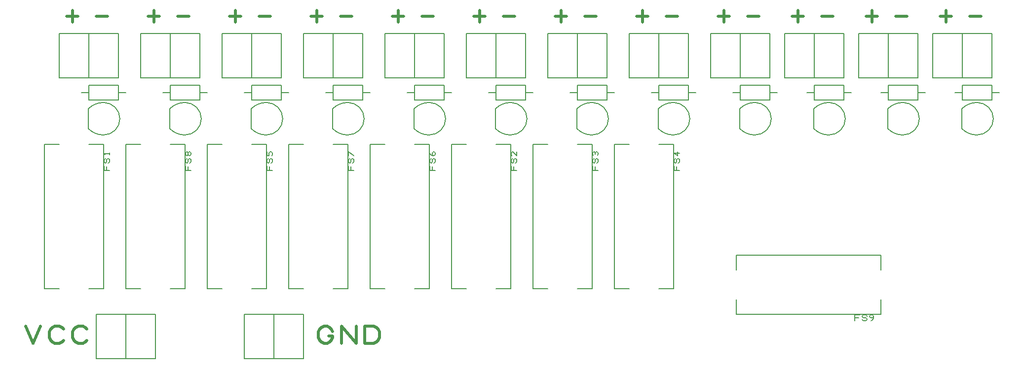
<source format=gbr>
G04 EasyPC Gerber Version 20.0.2 Build 4112 *
G04 #@! TF.Part,Single*
G04 #@! TF.FileFunction,Legend,Top *
%FSLAX35Y35*%
%MOIN*%
%ADD11C,0.00500*%
%ADD143C,0.01969*%
X0Y0D02*
D02*
D11*
X40250Y47750D02*
X30250D01*
Y145250*
X40250*
Y190250D02*
X60250D01*
Y220250*
X40250*
Y190250*
X60250Y47750D02*
X70250D01*
Y145250*
X60250*
Y180250D02*
X55250D01*
X60250Y190250D02*
X80250D01*
Y220250*
X60250*
Y190250*
X65250Y250D02*
X85250D01*
Y30250*
X65250*
Y250*
X70250Y151750D02*
G75*
G03X81250Y162750J11000D01*
G01*
G75*
G03X70250Y173750I-11000*
G01*
G75*
G03X59950Y169450I41J-14583*
G01*
Y156050*
G75*
G03X70250Y151750I10341J10283*
G01*
X74313Y127750D02*
X70563D01*
Y130875*
X72437Y130250D02*
Y127750D01*
X73375Y132750D02*
X74000Y133063D01*
X74313Y133687*
Y134937*
X74000Y135563*
X73375Y135875*
X72750Y135563*
X72437Y134937*
Y133687*
X72125Y133063*
X71500Y132750*
X70875Y133063*
X70563Y133687*
Y134937*
X70875Y135563*
X71500Y135875*
X74313Y138375D02*
Y139625D01*
Y139000D02*
X70563D01*
X71187Y138375*
X80250Y185250D02*
Y175250D01*
X60250*
Y185250*
X80250*
X85250Y250D02*
X105250D01*
Y30250*
X85250*
Y250*
Y180250D02*
X80250D01*
X95250Y47750D02*
X85250D01*
Y145250*
X95250*
Y190250D02*
X115250D01*
Y220250*
X95250*
Y190250*
X115250Y47750D02*
X125250D01*
Y145250*
X115250*
Y180250D02*
X110250D01*
X115250Y190250D02*
X135250D01*
Y220250*
X115250*
Y190250*
X125250Y151750D02*
G75*
G03X136250Y162750J11000D01*
G01*
G75*
G03X125250Y173750I-11000*
G01*
G75*
G03X114950Y169450I41J-14583*
G01*
Y156050*
G75*
G03X125250Y151750I10341J10283*
G01*
X129313Y127750D02*
X125563D01*
Y130875*
X127437Y130250D02*
Y127750D01*
X128375Y132750D02*
X129000Y133063D01*
X129313Y133687*
Y134937*
X129000Y135563*
X128375Y135875*
X127750Y135563*
X127437Y134937*
Y133687*
X127125Y133063*
X126500Y132750*
X125875Y133063*
X125563Y133687*
Y134937*
X125875Y135563*
X126500Y135875*
X127437Y138687D02*
Y139313D01*
X127125Y139937*
X126500Y140250*
X125875Y139937*
X125563Y139313*
Y138687*
X125875Y138063*
X126500Y137750*
X127125Y138063*
X127437Y138687*
X127750Y138063*
X128375Y137750*
X129000Y138063*
X129313Y138687*
Y139313*
X129000Y139937*
X128375Y140250*
X127750Y139937*
X127437Y139313*
X135250Y185250D02*
Y175250D01*
X115250*
Y185250*
X135250*
X140250Y180250D02*
X135250D01*
X150250Y47750D02*
X140250D01*
Y145250*
X150250*
Y190250D02*
X170250D01*
Y220250*
X150250*
Y190250*
X165250Y250D02*
X185250D01*
Y30250*
X165250*
Y250*
X170250Y47750D02*
X180250D01*
Y145250*
X170250*
Y180250D02*
X165250D01*
X170250Y190250D02*
X190250D01*
Y220250*
X170250*
Y190250*
X180250Y151750D02*
G75*
G03X191250Y162750J11000D01*
G01*
G75*
G03X180250Y173750I-11000*
G01*
G75*
G03X169950Y169450I41J-14583*
G01*
Y156050*
G75*
G03X180250Y151750I10341J10283*
G01*
X185250Y250D02*
X205250D01*
Y30250*
X185250*
Y250*
X184313Y127750D02*
X180563D01*
Y130875*
X182437Y130250D02*
Y127750D01*
X183375Y132750D02*
X184000Y133063D01*
X184313Y133687*
Y134937*
X184000Y135563*
X183375Y135875*
X182750Y135563*
X182437Y134937*
Y133687*
X182125Y133063*
X181500Y132750*
X180875Y133063*
X180563Y133687*
Y134937*
X180875Y135563*
X181500Y135875*
X184000Y137750D02*
X184313Y138375D01*
Y139313*
X184000Y139937*
X183375Y140250*
X183063*
X182437Y139937*
X182125Y139313*
Y137750*
X180563*
Y140250*
X190250Y185250D02*
Y175250D01*
X170250*
Y185250*
X190250*
X195250Y180250D02*
X190250D01*
X205250Y47750D02*
X195250D01*
Y145250*
X205250*
Y190250D02*
X225250D01*
Y220250*
X205250*
Y190250*
X225250Y47750D02*
X235250D01*
Y145250*
X225250*
Y180250D02*
X220250D01*
X225250Y190250D02*
X245250D01*
Y220250*
X225250*
Y190250*
X235250Y151750D02*
G75*
G03X246250Y162750J11000D01*
G01*
G75*
G03X235250Y173750I-11000*
G01*
G75*
G03X224950Y169450I41J-14583*
G01*
Y156050*
G75*
G03X235250Y151750I10341J10283*
G01*
X239313Y127750D02*
X235563D01*
Y130875*
X237437Y130250D02*
Y127750D01*
X238375Y132750D02*
X239000Y133063D01*
X239313Y133687*
Y134937*
X239000Y135563*
X238375Y135875*
X237750Y135563*
X237437Y134937*
Y133687*
X237125Y133063*
X236500Y132750*
X235875Y133063*
X235563Y133687*
Y134937*
X235875Y135563*
X236500Y135875*
X239313Y137750D02*
X235563Y140250D01*
Y137750*
X245250Y185250D02*
Y175250D01*
X225250*
Y185250*
X245250*
X250250Y180250D02*
X245250D01*
X260250Y47750D02*
X250250D01*
Y145250*
X260250*
Y190250D02*
X280250D01*
Y220250*
X260250*
Y190250*
X280250Y47750D02*
X290250D01*
Y145250*
X280250*
Y180250D02*
X275250D01*
X280250Y190250D02*
X300250D01*
Y220250*
X280250*
Y190250*
X290250Y151750D02*
G75*
G03X301250Y162750J11000D01*
G01*
G75*
G03X290250Y173750I-11000*
G01*
G75*
G03X279950Y169450I41J-14583*
G01*
Y156050*
G75*
G03X290250Y151750I10341J10283*
G01*
X294313Y127750D02*
X290563D01*
Y130875*
X292437Y130250D02*
Y127750D01*
X293375Y132750D02*
X294000Y133063D01*
X294313Y133687*
Y134937*
X294000Y135563*
X293375Y135875*
X292750Y135563*
X292437Y134937*
Y133687*
X292125Y133063*
X291500Y132750*
X290875Y133063*
X290563Y133687*
Y134937*
X290875Y135563*
X291500Y135875*
X293375Y137750D02*
X292750Y138063D01*
X292437Y138687*
Y139313*
X292750Y139937*
X293375Y140250*
X294000Y139937*
X294313Y139313*
Y138687*
X294000Y138063*
X293375Y137750*
X292437*
X291500Y138063*
X290875Y138687*
X290563Y139313*
X300250Y185250D02*
Y175250D01*
X280250*
Y185250*
X300250*
X305250Y180250D02*
X300250D01*
X315250Y47750D02*
X305250D01*
Y145250*
X315250*
Y190250D02*
X335250D01*
Y220250*
X315250*
Y190250*
X335250Y47750D02*
X345250D01*
Y145250*
X335250*
Y180250D02*
X330250D01*
X335250Y190250D02*
X355250D01*
Y220250*
X335250*
Y190250*
X345250Y151750D02*
G75*
G03X356250Y162750J11000D01*
G01*
G75*
G03X345250Y173750I-11000*
G01*
G75*
G03X334950Y169450I41J-14583*
G01*
Y156050*
G75*
G03X345250Y151750I10341J10283*
G01*
X349313Y127750D02*
X345563D01*
Y130875*
X347437Y130250D02*
Y127750D01*
X348375Y132750D02*
X349000Y133063D01*
X349313Y133687*
Y134937*
X349000Y135563*
X348375Y135875*
X347750Y135563*
X347437Y134937*
Y133687*
X347125Y133063*
X346500Y132750*
X345875Y133063*
X345563Y133687*
Y134937*
X345875Y135563*
X346500Y135875*
X349313Y140250D02*
Y137750D01*
X347125Y139937*
X346500Y140250*
X345875Y139937*
X345563Y139313*
Y138375*
X345875Y137750*
X355250Y185250D02*
Y175250D01*
X335250*
Y185250*
X355250*
X360250Y180250D02*
X355250D01*
X370250Y47750D02*
X360250D01*
Y145250*
X370250*
Y190250D02*
X390250D01*
Y220250*
X370250*
Y190250*
X390250Y47750D02*
X400250D01*
Y145250*
X390250*
Y180250D02*
X385250D01*
X390250Y190250D02*
X410250D01*
Y220250*
X390250*
Y190250*
X400250Y151750D02*
G75*
G03X411250Y162750J11000D01*
G01*
G75*
G03X400250Y173750I-11000*
G01*
G75*
G03X389950Y169450I41J-14583*
G01*
Y156050*
G75*
G03X400250Y151750I10341J10283*
G01*
X404313Y127750D02*
X400563D01*
Y130875*
X402437Y130250D02*
Y127750D01*
X403375Y132750D02*
X404000Y133063D01*
X404313Y133687*
Y134937*
X404000Y135563*
X403375Y135875*
X402750Y135563*
X402437Y134937*
Y133687*
X402125Y133063*
X401500Y132750*
X400875Y133063*
X400563Y133687*
Y134937*
X400875Y135563*
X401500Y135875*
X404000Y138063D02*
X404313Y138687D01*
Y139313*
X404000Y139937*
X403375Y140250*
X402750Y139937*
X402437Y139313*
Y138687*
Y139313D02*
X402125Y139937D01*
X401500Y140250*
X400875Y139937*
X400563Y139313*
Y138687*
X400875Y138063*
X410250Y185250D02*
Y175250D01*
X390250*
Y185250*
X410250*
X415250Y180250D02*
X410250D01*
X425250Y47750D02*
X415250D01*
Y145250*
X425250*
Y190250D02*
X445250D01*
Y220250*
X425250*
Y190250*
X445250Y47750D02*
X455250D01*
Y145250*
X445250*
Y180250D02*
X440250D01*
X445250Y190250D02*
X465250D01*
Y220250*
X445250*
Y190250*
X455250Y151750D02*
G75*
G03X466250Y162750J11000D01*
G01*
G75*
G03X455250Y173750I-11000*
G01*
G75*
G03X444950Y169450I41J-14583*
G01*
Y156050*
G75*
G03X455250Y151750I10341J10283*
G01*
X459313Y127750D02*
X455563D01*
Y130875*
X457437Y130250D02*
Y127750D01*
X458375Y132750D02*
X459000Y133063D01*
X459313Y133687*
Y134937*
X459000Y135563*
X458375Y135875*
X457750Y135563*
X457437Y134937*
Y133687*
X457125Y133063*
X456500Y132750*
X455875Y133063*
X455563Y133687*
Y134937*
X455875Y135563*
X456500Y135875*
X459313Y139313D02*
X455563D01*
X458063Y137750*
Y140250*
X465250Y185250D02*
Y175250D01*
X445250*
Y185250*
X465250*
X470250Y180250D02*
X465250D01*
X480250Y190250D02*
X500250D01*
Y220250*
X480250*
Y190250*
X497750Y40250D02*
Y30250D01*
X595250*
Y40250*
X497750Y60250D02*
Y70250D01*
X595250*
Y60250*
X500250Y180250D02*
X495250D01*
X500250Y190250D02*
X520250D01*
Y220250*
X500250*
Y190250*
X510250Y151750D02*
G75*
G03X521250Y162750J11000D01*
G01*
G75*
G03X510250Y173750I-11000*
G01*
G75*
G03X499950Y169450I41J-14583*
G01*
Y156050*
G75*
G03X510250Y151750I10341J10283*
G01*
X520250Y185250D02*
Y175250D01*
X500250*
Y185250*
X520250*
X525250Y180250D02*
X520250D01*
X530250Y190250D02*
X550250D01*
Y220250*
X530250*
Y190250*
X550250Y180250D02*
X545250D01*
X550250Y190250D02*
X570250D01*
Y220250*
X550250*
Y190250*
X560250Y151750D02*
G75*
G03X571250Y162750J11000D01*
G01*
G75*
G03X560250Y173750I-11000*
G01*
G75*
G03X549950Y169450I41J-14583*
G01*
Y156050*
G75*
G03X560250Y151750I10341J10283*
G01*
X570250Y185250D02*
Y175250D01*
X550250*
Y185250*
X570250*
X575250Y180250D02*
X570250D01*
X577750Y26187D02*
Y29937D01*
X580875*
X580250Y28063D02*
X577750D01*
X582750Y27125D02*
X583063Y26500D01*
X583687Y26187*
X584937*
X585563Y26500*
X585875Y27125*
X585563Y27750*
X584937Y28063*
X583687*
X583063Y28375*
X582750Y29000*
X583063Y29625*
X583687Y29937*
X584937*
X585563Y29625*
X585875Y29000*
X588687Y26187D02*
X589313Y26500D01*
X589937Y27125*
X590250Y28063*
Y29000*
X589937Y29625*
X589313Y29937*
X588687*
X588063Y29625*
X587750Y29000*
X588063Y28375*
X588687Y28063*
X589313*
X589937Y28375*
X590250Y29000*
X580250Y190250D02*
X600250D01*
Y220250*
X580250*
Y190250*
X600250Y180250D02*
X595250D01*
X600250Y190250D02*
X620250D01*
Y220250*
X600250*
Y190250*
X610250Y151750D02*
G75*
G03X621250Y162750J11000D01*
G01*
G75*
G03X610250Y173750I-11000*
G01*
G75*
G03X599950Y169450I41J-14583*
G01*
Y156050*
G75*
G03X610250Y151750I10341J10283*
G01*
X620250Y185250D02*
Y175250D01*
X600250*
Y185250*
X620250*
X625250Y180250D02*
X620250D01*
X630250Y190250D02*
X650250D01*
Y220250*
X630250*
Y190250*
X650250Y180250D02*
X645250D01*
X650250Y190250D02*
X670250D01*
Y220250*
X650250*
Y190250*
X660250Y151750D02*
G75*
G03X671250Y162750J11000D01*
G01*
G75*
G03X660250Y173750I-11000*
G01*
G75*
G03X649950Y169450I41J-14583*
G01*
Y156050*
G75*
G03X660250Y151750I10341J10283*
G01*
X670250Y185250D02*
Y175250D01*
X650250*
Y185250*
X670250*
X675250Y180250D02*
X670250D01*
D02*
D143*
X17750Y22514D02*
X22671Y10703D01*
X27593Y22514*
X43341Y12671D02*
X42356Y11687D01*
X40388Y10703*
X37435*
X35467Y11687*
X34482Y12671*
X33498Y14640*
Y18577*
X34482Y20545*
X35467Y21530*
X37435Y22514*
X40388*
X42356Y21530*
X43341Y20545*
X59089Y12671D02*
X58104Y11687D01*
X56136Y10703*
X53183*
X51215Y11687*
X50230Y12671*
X49246Y14640*
Y18577*
X50230Y20545*
X51215Y21530*
X53183Y22514*
X56136*
X58104Y21530*
X59089Y20545*
X45250Y232140D02*
X53124D01*
X49187Y228203D02*
Y236077D01*
X65250Y232140D02*
X73124D01*
X100250D02*
X108124D01*
X104187Y228203D02*
Y236077D01*
X120250Y232140D02*
X128124D01*
X155250D02*
X163124D01*
X159187Y228203D02*
Y236077D01*
X175250Y232140D02*
X183124D01*
X210250D02*
X218124D01*
X214187Y228203D02*
Y236077D01*
X222140Y15624D02*
X225093D01*
Y14640*
X224108Y12671*
X223124Y11687*
X221156Y10703*
X219187*
X217219Y11687*
X216234Y12671*
X215250Y14640*
Y18577*
X216234Y20545*
X217219Y21530*
X219187Y22514*
X221156*
X223124Y21530*
X224108Y20545*
X225093Y18577*
X230998Y10703D02*
Y22514D01*
X240841Y10703*
Y22514*
X246746Y10703D02*
Y22514D01*
X252652*
X254620Y21530*
X255604Y20545*
X256589Y18577*
Y14640*
X255604Y12671*
X254620Y11687*
X252652Y10703*
X246746*
X230250Y232140D02*
X238124D01*
X265250D02*
X273124D01*
X269187Y228203D02*
Y236077D01*
X285250Y232140D02*
X293124D01*
X320250D02*
X328124D01*
X324187Y228203D02*
Y236077D01*
X340250Y232140D02*
X348124D01*
X375250D02*
X383124D01*
X379187Y228203D02*
Y236077D01*
X395250Y232140D02*
X403124D01*
X430250D02*
X438124D01*
X434187Y228203D02*
Y236077D01*
X450250Y232140D02*
X458124D01*
X485250D02*
X493124D01*
X489187Y228203D02*
Y236077D01*
X505250Y232140D02*
X513124D01*
X535250D02*
X543124D01*
X539187Y228203D02*
Y236077D01*
X555250Y232140D02*
X563124D01*
X585250D02*
X593124D01*
X589187Y228203D02*
Y236077D01*
X605250Y232140D02*
X613124D01*
X635250D02*
X643124D01*
X639187Y228203D02*
Y236077D01*
X655250Y232140D02*
X663124D01*
X0Y0D02*
M02*

</source>
